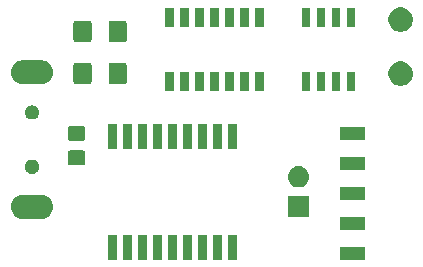
<source format=gts>
G04 #@! TF.GenerationSoftware,KiCad,Pcbnew,5.1.0*
G04 #@! TF.CreationDate,2019-04-19T22:08:28-04:00*
G04 #@! TF.ProjectId,usbdbg,75736264-6267-42e6-9b69-6361645f7063,rev?*
G04 #@! TF.SameCoordinates,Original*
G04 #@! TF.FileFunction,Soldermask,Top*
G04 #@! TF.FilePolarity,Negative*
%FSLAX46Y46*%
G04 Gerber Fmt 4.6, Leading zero omitted, Abs format (unit mm)*
G04 Created by KiCad (PCBNEW 5.1.0) date 2019-04-19 22:08:28*
%MOMM*%
%LPD*%
G04 APERTURE LIST*
%ADD10C,0.100000*%
G04 APERTURE END LIST*
D10*
G36*
X161070800Y-75226800D02*
G01*
X158969200Y-75226800D01*
X158969200Y-74125200D01*
X161070800Y-74125200D01*
X161070800Y-75226800D01*
X161070800Y-75226800D01*
G37*
G36*
X150210800Y-75218800D02*
G01*
X149509200Y-75218800D01*
X149509200Y-73117200D01*
X150210800Y-73117200D01*
X150210800Y-75218800D01*
X150210800Y-75218800D01*
G37*
G36*
X148940800Y-75218800D02*
G01*
X148239200Y-75218800D01*
X148239200Y-73117200D01*
X148940800Y-73117200D01*
X148940800Y-75218800D01*
X148940800Y-75218800D01*
G37*
G36*
X147670800Y-75218800D02*
G01*
X146969200Y-75218800D01*
X146969200Y-73117200D01*
X147670800Y-73117200D01*
X147670800Y-75218800D01*
X147670800Y-75218800D01*
G37*
G36*
X146400800Y-75218800D02*
G01*
X145699200Y-75218800D01*
X145699200Y-73117200D01*
X146400800Y-73117200D01*
X146400800Y-75218800D01*
X146400800Y-75218800D01*
G37*
G36*
X145130800Y-75218800D02*
G01*
X144429200Y-75218800D01*
X144429200Y-73117200D01*
X145130800Y-73117200D01*
X145130800Y-75218800D01*
X145130800Y-75218800D01*
G37*
G36*
X142590800Y-75218800D02*
G01*
X141889200Y-75218800D01*
X141889200Y-73117200D01*
X142590800Y-73117200D01*
X142590800Y-75218800D01*
X142590800Y-75218800D01*
G37*
G36*
X141320800Y-75218800D02*
G01*
X140619200Y-75218800D01*
X140619200Y-73117200D01*
X141320800Y-73117200D01*
X141320800Y-75218800D01*
X141320800Y-75218800D01*
G37*
G36*
X140050800Y-75218800D02*
G01*
X139349200Y-75218800D01*
X139349200Y-73117200D01*
X140050800Y-73117200D01*
X140050800Y-75218800D01*
X140050800Y-75218800D01*
G37*
G36*
X143860800Y-75218800D02*
G01*
X143159200Y-75218800D01*
X143159200Y-73117200D01*
X143860800Y-73117200D01*
X143860800Y-75218800D01*
X143860800Y-75218800D01*
G37*
G36*
X161070800Y-72686800D02*
G01*
X158969200Y-72686800D01*
X158969200Y-71585200D01*
X161070800Y-71585200D01*
X161070800Y-72686800D01*
X161070800Y-72686800D01*
G37*
G36*
X133880191Y-69737680D02*
G01*
X134068841Y-69794907D01*
X134068843Y-69794908D01*
X134242705Y-69887839D01*
X134242707Y-69887840D01*
X134242706Y-69887840D01*
X134395096Y-70012904D01*
X134520160Y-70165294D01*
X134613093Y-70339159D01*
X134670320Y-70527809D01*
X134689642Y-70724000D01*
X134670320Y-70920191D01*
X134613093Y-71108841D01*
X134613092Y-71108843D01*
X134520161Y-71282705D01*
X134395096Y-71435096D01*
X134242705Y-71560161D01*
X134068843Y-71653092D01*
X134068841Y-71653093D01*
X133880191Y-71710320D01*
X133733166Y-71724800D01*
X132034834Y-71724800D01*
X131887809Y-71710320D01*
X131699159Y-71653093D01*
X131699157Y-71653092D01*
X131525295Y-71560161D01*
X131372904Y-71435096D01*
X131247839Y-71282705D01*
X131154908Y-71108843D01*
X131154907Y-71108841D01*
X131097680Y-70920191D01*
X131078358Y-70724000D01*
X131097680Y-70527809D01*
X131154907Y-70339159D01*
X131247840Y-70165294D01*
X131372904Y-70012904D01*
X131525294Y-69887840D01*
X131525293Y-69887840D01*
X131525295Y-69887839D01*
X131699157Y-69794908D01*
X131699159Y-69794907D01*
X131887809Y-69737680D01*
X132034834Y-69723200D01*
X133733166Y-69723200D01*
X133880191Y-69737680D01*
X133880191Y-69737680D01*
G37*
G36*
X156348800Y-71614400D02*
G01*
X154547200Y-71614400D01*
X154547200Y-69812800D01*
X156348800Y-69812800D01*
X156348800Y-71614400D01*
X156348800Y-71614400D01*
G37*
G36*
X161070800Y-70146800D02*
G01*
X158969200Y-70146800D01*
X158969200Y-69045200D01*
X161070800Y-69045200D01*
X161070800Y-70146800D01*
X161070800Y-70146800D01*
G37*
G36*
X155558418Y-67279317D02*
G01*
X155624588Y-67285834D01*
X155681188Y-67303004D01*
X155794391Y-67337343D01*
X155950877Y-67420987D01*
X156088043Y-67533557D01*
X156200613Y-67670723D01*
X156284257Y-67827209D01*
X156335766Y-67997013D01*
X156353158Y-68173600D01*
X156335766Y-68350187D01*
X156284257Y-68519991D01*
X156200613Y-68676477D01*
X156088043Y-68813643D01*
X155950877Y-68926213D01*
X155794391Y-69009857D01*
X155681188Y-69044196D01*
X155624588Y-69061366D01*
X155558418Y-69067883D01*
X155492250Y-69074400D01*
X155403750Y-69074400D01*
X155337582Y-69067883D01*
X155271412Y-69061366D01*
X155214812Y-69044196D01*
X155101609Y-69009857D01*
X154945123Y-68926213D01*
X154807957Y-68813643D01*
X154695387Y-68676477D01*
X154611743Y-68519991D01*
X154560234Y-68350187D01*
X154542842Y-68173600D01*
X154560234Y-67997013D01*
X154611743Y-67827209D01*
X154695387Y-67670723D01*
X154807957Y-67533557D01*
X154945123Y-67420987D01*
X155101609Y-67337343D01*
X155214812Y-67303004D01*
X155271412Y-67285834D01*
X155337582Y-67279317D01*
X155403750Y-67272800D01*
X155492250Y-67272800D01*
X155558418Y-67279317D01*
X155558418Y-67279317D01*
G37*
G36*
X133059247Y-66746288D02*
G01*
X133168586Y-66791578D01*
X133266988Y-66857328D01*
X133350672Y-66941012D01*
X133416422Y-67039414D01*
X133461712Y-67148753D01*
X133484800Y-67264826D01*
X133484800Y-67383174D01*
X133461712Y-67499247D01*
X133416422Y-67608586D01*
X133416421Y-67608587D01*
X133374904Y-67670723D01*
X133350672Y-67706988D01*
X133266988Y-67790672D01*
X133168586Y-67856422D01*
X133059247Y-67901712D01*
X132943174Y-67924800D01*
X132824826Y-67924800D01*
X132708753Y-67901712D01*
X132599414Y-67856422D01*
X132501012Y-67790672D01*
X132417328Y-67706988D01*
X132393097Y-67670723D01*
X132351579Y-67608587D01*
X132351578Y-67608586D01*
X132306288Y-67499247D01*
X132283200Y-67383174D01*
X132283200Y-67264826D01*
X132306288Y-67148753D01*
X132351578Y-67039414D01*
X132417328Y-66941012D01*
X132501012Y-66857328D01*
X132599414Y-66791578D01*
X132708753Y-66746288D01*
X132824826Y-66723200D01*
X132943174Y-66723200D01*
X133059247Y-66746288D01*
X133059247Y-66746288D01*
G37*
G36*
X161070800Y-67606800D02*
G01*
X158969200Y-67606800D01*
X158969200Y-66505200D01*
X161070800Y-66505200D01*
X161070800Y-67606800D01*
X161070800Y-67606800D01*
G37*
G36*
X137218390Y-65944962D02*
G01*
X137261281Y-65957973D01*
X137300814Y-65979104D01*
X137335461Y-66007539D01*
X137363896Y-66042186D01*
X137385027Y-66081719D01*
X137398038Y-66124610D01*
X137402800Y-66172960D01*
X137402800Y-66959040D01*
X137398038Y-67007390D01*
X137385027Y-67050281D01*
X137363896Y-67089814D01*
X137335461Y-67124461D01*
X137300814Y-67152896D01*
X137261281Y-67174027D01*
X137218390Y-67187038D01*
X137170040Y-67191800D01*
X136133960Y-67191800D01*
X136085610Y-67187038D01*
X136042719Y-67174027D01*
X136003186Y-67152896D01*
X135968539Y-67124461D01*
X135940104Y-67089814D01*
X135918973Y-67050281D01*
X135905962Y-67007390D01*
X135901200Y-66959040D01*
X135901200Y-66172960D01*
X135905962Y-66124610D01*
X135918973Y-66081719D01*
X135940104Y-66042186D01*
X135968539Y-66007539D01*
X136003186Y-65979104D01*
X136042719Y-65957973D01*
X136085610Y-65944962D01*
X136133960Y-65940200D01*
X137170040Y-65940200D01*
X137218390Y-65944962D01*
X137218390Y-65944962D01*
G37*
G36*
X140050800Y-65818800D02*
G01*
X139349200Y-65818800D01*
X139349200Y-63717200D01*
X140050800Y-63717200D01*
X140050800Y-65818800D01*
X140050800Y-65818800D01*
G37*
G36*
X150210800Y-65818800D02*
G01*
X149509200Y-65818800D01*
X149509200Y-63717200D01*
X150210800Y-63717200D01*
X150210800Y-65818800D01*
X150210800Y-65818800D01*
G37*
G36*
X148940800Y-65818800D02*
G01*
X148239200Y-65818800D01*
X148239200Y-63717200D01*
X148940800Y-63717200D01*
X148940800Y-65818800D01*
X148940800Y-65818800D01*
G37*
G36*
X147670800Y-65818800D02*
G01*
X146969200Y-65818800D01*
X146969200Y-63717200D01*
X147670800Y-63717200D01*
X147670800Y-65818800D01*
X147670800Y-65818800D01*
G37*
G36*
X146400800Y-65818800D02*
G01*
X145699200Y-65818800D01*
X145699200Y-63717200D01*
X146400800Y-63717200D01*
X146400800Y-65818800D01*
X146400800Y-65818800D01*
G37*
G36*
X145130800Y-65818800D02*
G01*
X144429200Y-65818800D01*
X144429200Y-63717200D01*
X145130800Y-63717200D01*
X145130800Y-65818800D01*
X145130800Y-65818800D01*
G37*
G36*
X143860800Y-65818800D02*
G01*
X143159200Y-65818800D01*
X143159200Y-63717200D01*
X143860800Y-63717200D01*
X143860800Y-65818800D01*
X143860800Y-65818800D01*
G37*
G36*
X142590800Y-65818800D02*
G01*
X141889200Y-65818800D01*
X141889200Y-63717200D01*
X142590800Y-63717200D01*
X142590800Y-65818800D01*
X142590800Y-65818800D01*
G37*
G36*
X141320800Y-65818800D02*
G01*
X140619200Y-65818800D01*
X140619200Y-63717200D01*
X141320800Y-63717200D01*
X141320800Y-65818800D01*
X141320800Y-65818800D01*
G37*
G36*
X137218390Y-63894962D02*
G01*
X137261281Y-63907973D01*
X137300814Y-63929104D01*
X137335461Y-63957539D01*
X137363896Y-63992186D01*
X137385027Y-64031719D01*
X137398038Y-64074610D01*
X137402800Y-64122960D01*
X137402800Y-64909040D01*
X137398038Y-64957390D01*
X137385027Y-65000281D01*
X137363896Y-65039814D01*
X137335461Y-65074461D01*
X137300814Y-65102896D01*
X137261281Y-65124027D01*
X137218390Y-65137038D01*
X137170040Y-65141800D01*
X136133960Y-65141800D01*
X136085610Y-65137038D01*
X136042719Y-65124027D01*
X136003186Y-65102896D01*
X135968539Y-65074461D01*
X135940104Y-65039814D01*
X135918973Y-65000281D01*
X135905962Y-64957390D01*
X135901200Y-64909040D01*
X135901200Y-64122960D01*
X135905962Y-64074610D01*
X135918973Y-64031719D01*
X135940104Y-63992186D01*
X135968539Y-63957539D01*
X136003186Y-63929104D01*
X136042719Y-63907973D01*
X136085610Y-63894962D01*
X136133960Y-63890200D01*
X137170040Y-63890200D01*
X137218390Y-63894962D01*
X137218390Y-63894962D01*
G37*
G36*
X161070800Y-65066800D02*
G01*
X158969200Y-65066800D01*
X158969200Y-63965200D01*
X161070800Y-63965200D01*
X161070800Y-65066800D01*
X161070800Y-65066800D01*
G37*
G36*
X133059247Y-62146288D02*
G01*
X133168586Y-62191578D01*
X133266988Y-62257328D01*
X133350672Y-62341012D01*
X133416422Y-62439414D01*
X133461712Y-62548753D01*
X133484800Y-62664826D01*
X133484800Y-62783174D01*
X133461712Y-62899247D01*
X133416422Y-63008586D01*
X133350672Y-63106988D01*
X133266988Y-63190672D01*
X133168586Y-63256422D01*
X133059247Y-63301712D01*
X132943174Y-63324800D01*
X132824826Y-63324800D01*
X132708753Y-63301712D01*
X132599414Y-63256422D01*
X132501012Y-63190672D01*
X132417328Y-63106988D01*
X132351578Y-63008586D01*
X132306288Y-62899247D01*
X132283200Y-62783174D01*
X132283200Y-62664826D01*
X132306288Y-62548753D01*
X132351578Y-62439414D01*
X132417328Y-62341012D01*
X132501012Y-62257328D01*
X132599414Y-62191578D01*
X132708753Y-62146288D01*
X132824826Y-62123200D01*
X132943174Y-62123200D01*
X133059247Y-62146288D01*
X133059247Y-62146288D01*
G37*
G36*
X158973800Y-60929800D02*
G01*
X158272200Y-60929800D01*
X158272200Y-59278200D01*
X158973800Y-59278200D01*
X158973800Y-60929800D01*
X158973800Y-60929800D01*
G37*
G36*
X157703800Y-60929800D02*
G01*
X157002200Y-60929800D01*
X157002200Y-59278200D01*
X157703800Y-59278200D01*
X157703800Y-60929800D01*
X157703800Y-60929800D01*
G37*
G36*
X156433800Y-60929800D02*
G01*
X155732200Y-60929800D01*
X155732200Y-59278200D01*
X156433800Y-59278200D01*
X156433800Y-60929800D01*
X156433800Y-60929800D01*
G37*
G36*
X160243800Y-60929800D02*
G01*
X159542200Y-60929800D01*
X159542200Y-59278200D01*
X160243800Y-59278200D01*
X160243800Y-60929800D01*
X160243800Y-60929800D01*
G37*
G36*
X144876800Y-60904800D02*
G01*
X144175200Y-60904800D01*
X144175200Y-59303200D01*
X144876800Y-59303200D01*
X144876800Y-60904800D01*
X144876800Y-60904800D01*
G37*
G36*
X146146800Y-60904800D02*
G01*
X145445200Y-60904800D01*
X145445200Y-59303200D01*
X146146800Y-59303200D01*
X146146800Y-60904800D01*
X146146800Y-60904800D01*
G37*
G36*
X147416800Y-60904800D02*
G01*
X146715200Y-60904800D01*
X146715200Y-59303200D01*
X147416800Y-59303200D01*
X147416800Y-60904800D01*
X147416800Y-60904800D01*
G37*
G36*
X148686800Y-60904800D02*
G01*
X147985200Y-60904800D01*
X147985200Y-59303200D01*
X148686800Y-59303200D01*
X148686800Y-60904800D01*
X148686800Y-60904800D01*
G37*
G36*
X149956800Y-60904800D02*
G01*
X149255200Y-60904800D01*
X149255200Y-59303200D01*
X149956800Y-59303200D01*
X149956800Y-60904800D01*
X149956800Y-60904800D01*
G37*
G36*
X151226800Y-60904800D02*
G01*
X150525200Y-60904800D01*
X150525200Y-59303200D01*
X151226800Y-59303200D01*
X151226800Y-60904800D01*
X151226800Y-60904800D01*
G37*
G36*
X152496800Y-60904800D02*
G01*
X151795200Y-60904800D01*
X151795200Y-59303200D01*
X152496800Y-59303200D01*
X152496800Y-60904800D01*
X152496800Y-60904800D01*
G37*
G36*
X164390507Y-58425582D02*
G01*
X164581740Y-58504793D01*
X164581742Y-58504794D01*
X164743539Y-58612904D01*
X164753846Y-58619791D01*
X164900209Y-58766154D01*
X165015207Y-58938260D01*
X165094418Y-59129493D01*
X165134800Y-59332505D01*
X165134800Y-59539495D01*
X165101114Y-59708843D01*
X165094418Y-59742506D01*
X165015206Y-59933742D01*
X164900210Y-60105845D01*
X164753845Y-60252210D01*
X164581742Y-60367206D01*
X164581741Y-60367207D01*
X164581740Y-60367207D01*
X164390507Y-60446418D01*
X164187495Y-60486800D01*
X163980505Y-60486800D01*
X163777493Y-60446418D01*
X163586260Y-60367207D01*
X163586259Y-60367207D01*
X163586258Y-60367206D01*
X163414155Y-60252210D01*
X163267790Y-60105845D01*
X163152794Y-59933742D01*
X163073582Y-59742506D01*
X163066886Y-59708843D01*
X163033200Y-59539495D01*
X163033200Y-59332505D01*
X163073582Y-59129493D01*
X163152793Y-58938260D01*
X163267791Y-58766154D01*
X163414154Y-58619791D01*
X163424461Y-58612904D01*
X163586258Y-58504794D01*
X163586260Y-58504793D01*
X163777493Y-58425582D01*
X163980505Y-58385200D01*
X164187495Y-58385200D01*
X164390507Y-58425582D01*
X164390507Y-58425582D01*
G37*
G36*
X140722466Y-58514757D02*
G01*
X140763359Y-58527162D01*
X140801052Y-58547309D01*
X140834083Y-58574417D01*
X140861191Y-58607448D01*
X140881338Y-58645141D01*
X140893743Y-58686034D01*
X140898300Y-58732305D01*
X140898300Y-60139695D01*
X140893743Y-60185966D01*
X140881338Y-60226859D01*
X140861191Y-60264552D01*
X140834083Y-60297583D01*
X140801052Y-60324691D01*
X140763359Y-60344838D01*
X140722466Y-60357243D01*
X140676195Y-60361800D01*
X139593805Y-60361800D01*
X139547534Y-60357243D01*
X139506641Y-60344838D01*
X139468948Y-60324691D01*
X139435917Y-60297583D01*
X139408809Y-60264552D01*
X139388662Y-60226859D01*
X139376257Y-60185966D01*
X139371700Y-60139695D01*
X139371700Y-58732305D01*
X139376257Y-58686034D01*
X139388662Y-58645141D01*
X139408809Y-58607448D01*
X139435917Y-58574417D01*
X139468948Y-58547309D01*
X139506641Y-58527162D01*
X139547534Y-58514757D01*
X139593805Y-58510200D01*
X140676195Y-58510200D01*
X140722466Y-58514757D01*
X140722466Y-58514757D01*
G37*
G36*
X137747466Y-58514757D02*
G01*
X137788359Y-58527162D01*
X137826052Y-58547309D01*
X137859083Y-58574417D01*
X137886191Y-58607448D01*
X137906338Y-58645141D01*
X137918743Y-58686034D01*
X137923300Y-58732305D01*
X137923300Y-60139695D01*
X137918743Y-60185966D01*
X137906338Y-60226859D01*
X137886191Y-60264552D01*
X137859083Y-60297583D01*
X137826052Y-60324691D01*
X137788359Y-60344838D01*
X137747466Y-60357243D01*
X137701195Y-60361800D01*
X136618805Y-60361800D01*
X136572534Y-60357243D01*
X136531641Y-60344838D01*
X136493948Y-60324691D01*
X136460917Y-60297583D01*
X136433809Y-60264552D01*
X136413662Y-60226859D01*
X136401257Y-60185966D01*
X136396700Y-60139695D01*
X136396700Y-58732305D01*
X136401257Y-58686034D01*
X136413662Y-58645141D01*
X136433809Y-58607448D01*
X136460917Y-58574417D01*
X136493948Y-58547309D01*
X136531641Y-58527162D01*
X136572534Y-58514757D01*
X136618805Y-58510200D01*
X137701195Y-58510200D01*
X137747466Y-58514757D01*
X137747466Y-58514757D01*
G37*
G36*
X133880191Y-58337680D02*
G01*
X134068841Y-58394907D01*
X134068843Y-58394908D01*
X134242705Y-58487839D01*
X134395096Y-58612904D01*
X134520161Y-58765295D01*
X134613092Y-58939157D01*
X134613093Y-58939159D01*
X134670320Y-59127809D01*
X134689642Y-59324000D01*
X134670320Y-59520191D01*
X134613093Y-59708841D01*
X134613092Y-59708843D01*
X134520161Y-59882705D01*
X134395096Y-60035096D01*
X134242705Y-60160161D01*
X134088152Y-60242771D01*
X134068841Y-60253093D01*
X133880191Y-60310320D01*
X133733166Y-60324800D01*
X132034834Y-60324800D01*
X131887809Y-60310320D01*
X131699159Y-60253093D01*
X131679848Y-60242771D01*
X131525295Y-60160161D01*
X131372904Y-60035096D01*
X131247839Y-59882705D01*
X131154908Y-59708843D01*
X131154907Y-59708841D01*
X131097680Y-59520191D01*
X131078358Y-59324000D01*
X131097680Y-59127809D01*
X131154907Y-58939159D01*
X131154908Y-58939157D01*
X131247839Y-58765295D01*
X131372904Y-58612904D01*
X131525295Y-58487839D01*
X131699157Y-58394908D01*
X131699159Y-58394907D01*
X131887809Y-58337680D01*
X132034834Y-58323200D01*
X133733166Y-58323200D01*
X133880191Y-58337680D01*
X133880191Y-58337680D01*
G37*
G36*
X140722466Y-54958757D02*
G01*
X140763359Y-54971162D01*
X140801052Y-54991309D01*
X140834083Y-55018417D01*
X140861191Y-55051448D01*
X140881338Y-55089141D01*
X140893743Y-55130034D01*
X140898300Y-55176305D01*
X140898300Y-56583695D01*
X140893743Y-56629966D01*
X140881338Y-56670859D01*
X140861191Y-56708552D01*
X140834083Y-56741583D01*
X140801052Y-56768691D01*
X140763359Y-56788838D01*
X140722466Y-56801243D01*
X140676195Y-56805800D01*
X139593805Y-56805800D01*
X139547534Y-56801243D01*
X139506641Y-56788838D01*
X139468948Y-56768691D01*
X139435917Y-56741583D01*
X139408809Y-56708552D01*
X139388662Y-56670859D01*
X139376257Y-56629966D01*
X139371700Y-56583695D01*
X139371700Y-55176305D01*
X139376257Y-55130034D01*
X139388662Y-55089141D01*
X139408809Y-55051448D01*
X139435917Y-55018417D01*
X139468948Y-54991309D01*
X139506641Y-54971162D01*
X139547534Y-54958757D01*
X139593805Y-54954200D01*
X140676195Y-54954200D01*
X140722466Y-54958757D01*
X140722466Y-54958757D01*
G37*
G36*
X137747466Y-54958757D02*
G01*
X137788359Y-54971162D01*
X137826052Y-54991309D01*
X137859083Y-55018417D01*
X137886191Y-55051448D01*
X137906338Y-55089141D01*
X137918743Y-55130034D01*
X137923300Y-55176305D01*
X137923300Y-56583695D01*
X137918743Y-56629966D01*
X137906338Y-56670859D01*
X137886191Y-56708552D01*
X137859083Y-56741583D01*
X137826052Y-56768691D01*
X137788359Y-56788838D01*
X137747466Y-56801243D01*
X137701195Y-56805800D01*
X136618805Y-56805800D01*
X136572534Y-56801243D01*
X136531641Y-56788838D01*
X136493948Y-56768691D01*
X136460917Y-56741583D01*
X136433809Y-56708552D01*
X136413662Y-56670859D01*
X136401257Y-56629966D01*
X136396700Y-56583695D01*
X136396700Y-55176305D01*
X136401257Y-55130034D01*
X136413662Y-55089141D01*
X136433809Y-55051448D01*
X136460917Y-55018417D01*
X136493948Y-54991309D01*
X136531641Y-54971162D01*
X136572534Y-54958757D01*
X136618805Y-54954200D01*
X137701195Y-54954200D01*
X137747466Y-54958757D01*
X137747466Y-54958757D01*
G37*
G36*
X164390507Y-53853582D02*
G01*
X164581740Y-53932793D01*
X164581742Y-53932794D01*
X164753845Y-54047790D01*
X164900209Y-54194154D01*
X165015207Y-54366260D01*
X165094418Y-54557493D01*
X165134800Y-54760505D01*
X165134800Y-54967495D01*
X165094418Y-55170507D01*
X165015207Y-55361740D01*
X165015206Y-55361742D01*
X164900210Y-55533845D01*
X164753845Y-55680210D01*
X164581742Y-55795206D01*
X164581741Y-55795207D01*
X164581740Y-55795207D01*
X164390507Y-55874418D01*
X164187495Y-55914800D01*
X163980505Y-55914800D01*
X163777493Y-55874418D01*
X163586260Y-55795207D01*
X163586259Y-55795207D01*
X163586258Y-55795206D01*
X163414155Y-55680210D01*
X163267790Y-55533845D01*
X163152794Y-55361742D01*
X163152793Y-55361740D01*
X163073582Y-55170507D01*
X163033200Y-54967495D01*
X163033200Y-54760505D01*
X163073582Y-54557493D01*
X163152793Y-54366260D01*
X163267791Y-54194154D01*
X163414155Y-54047790D01*
X163586258Y-53932794D01*
X163586260Y-53932793D01*
X163777493Y-53853582D01*
X163980505Y-53813200D01*
X164187495Y-53813200D01*
X164390507Y-53853582D01*
X164390507Y-53853582D01*
G37*
G36*
X156433800Y-55529800D02*
G01*
X155732200Y-55529800D01*
X155732200Y-53878200D01*
X156433800Y-53878200D01*
X156433800Y-55529800D01*
X156433800Y-55529800D01*
G37*
G36*
X160243800Y-55529800D02*
G01*
X159542200Y-55529800D01*
X159542200Y-53878200D01*
X160243800Y-53878200D01*
X160243800Y-55529800D01*
X160243800Y-55529800D01*
G37*
G36*
X158973800Y-55529800D02*
G01*
X158272200Y-55529800D01*
X158272200Y-53878200D01*
X158973800Y-53878200D01*
X158973800Y-55529800D01*
X158973800Y-55529800D01*
G37*
G36*
X157703800Y-55529800D02*
G01*
X157002200Y-55529800D01*
X157002200Y-53878200D01*
X157703800Y-53878200D01*
X157703800Y-55529800D01*
X157703800Y-55529800D01*
G37*
G36*
X146146800Y-55504800D02*
G01*
X145445200Y-55504800D01*
X145445200Y-53903200D01*
X146146800Y-53903200D01*
X146146800Y-55504800D01*
X146146800Y-55504800D01*
G37*
G36*
X149956800Y-55504800D02*
G01*
X149255200Y-55504800D01*
X149255200Y-53903200D01*
X149956800Y-53903200D01*
X149956800Y-55504800D01*
X149956800Y-55504800D01*
G37*
G36*
X147416800Y-55504800D02*
G01*
X146715200Y-55504800D01*
X146715200Y-53903200D01*
X147416800Y-53903200D01*
X147416800Y-55504800D01*
X147416800Y-55504800D01*
G37*
G36*
X148686800Y-55504800D02*
G01*
X147985200Y-55504800D01*
X147985200Y-53903200D01*
X148686800Y-53903200D01*
X148686800Y-55504800D01*
X148686800Y-55504800D01*
G37*
G36*
X151226800Y-55504800D02*
G01*
X150525200Y-55504800D01*
X150525200Y-53903200D01*
X151226800Y-53903200D01*
X151226800Y-55504800D01*
X151226800Y-55504800D01*
G37*
G36*
X144876800Y-55504800D02*
G01*
X144175200Y-55504800D01*
X144175200Y-53903200D01*
X144876800Y-53903200D01*
X144876800Y-55504800D01*
X144876800Y-55504800D01*
G37*
G36*
X152496800Y-55504800D02*
G01*
X151795200Y-55504800D01*
X151795200Y-53903200D01*
X152496800Y-53903200D01*
X152496800Y-55504800D01*
X152496800Y-55504800D01*
G37*
M02*

</source>
